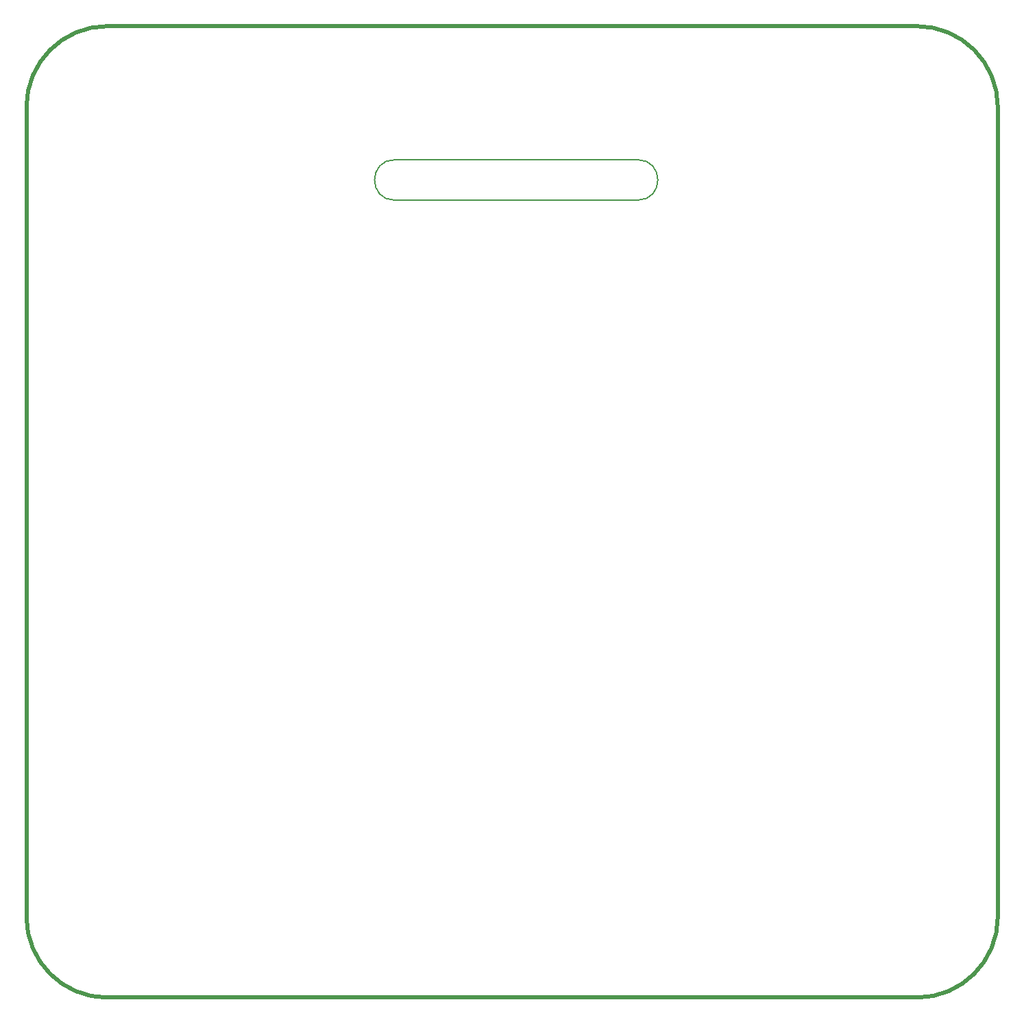
<source format=gm1>
G04 #@! TF.GenerationSoftware,KiCad,Pcbnew,(6.0.11)*
G04 #@! TF.CreationDate,2024-04-14T00:11:39+01:00*
G04 #@! TF.ProjectId,RJ21_RJ45_PRIMARY_BREAKOUT_BASE,524a3231-5f52-44a3-9435-5f5052494d41,rev?*
G04 #@! TF.SameCoordinates,Original*
G04 #@! TF.FileFunction,Profile,NP*
%FSLAX46Y46*%
G04 Gerber Fmt 4.6, Leading zero omitted, Abs format (unit mm)*
G04 Created by KiCad (PCBNEW (6.0.11)) date 2024-04-14 00:11:39*
%MOMM*%
%LPD*%
G01*
G04 APERTURE LIST*
G04 #@! TA.AperFunction,Profile*
%ADD10C,0.150000*%
G04 #@! TD*
G04 #@! TA.AperFunction,Profile*
%ADD11C,0.500000*%
G04 #@! TD*
G04 APERTURE END LIST*
D10*
X118500000Y-68600000D02*
G75*
G03*
X118500000Y-63600000I0J2500000D01*
G01*
X88500000Y-63600000D02*
G75*
G03*
X88500000Y-68600000I0J-2500000D01*
G01*
X88500000Y-68600000D02*
X118500000Y-68600000D01*
X88500000Y-63600000D02*
X118500000Y-63600000D01*
D11*
X163000000Y-57100000D02*
G75*
G03*
X153000000Y-47100000I-10000000J0D01*
G01*
X153000000Y-167100000D02*
G75*
G03*
X163000000Y-157100000I0J10000000D01*
G01*
X43000000Y-157100000D02*
G75*
G03*
X53000000Y-167100000I10000000J0D01*
G01*
X53000000Y-47100000D02*
G75*
G03*
X43000000Y-57100000I0J-10000000D01*
G01*
X53000000Y-47100000D02*
X153000000Y-47100000D01*
X43000000Y-57100000D02*
X43000000Y-157100000D01*
X153000000Y-167100000D02*
X53000000Y-167100000D01*
X163000000Y-57100000D02*
X163000000Y-157100000D01*
M02*

</source>
